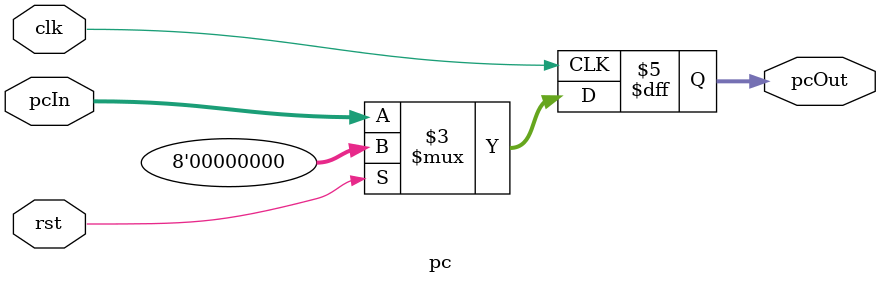
<source format=v>
module pc(pcOut, pcIn, clk, rst);
    input [7:0] pcIn;
    output reg [7:0] pcOut;
    input clk, rst;
    
    always@(posedge clk)
    begin
    if(rst)
    begin
        pcOut <= 8'b0;
    end
    else
    begin
        pcOut <= pcIn;
    end
    end
endmodule
</source>
